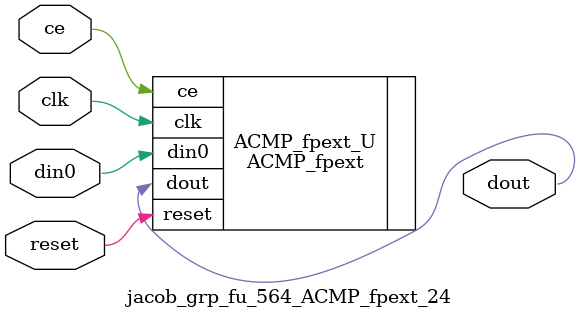
<source format=v>

`timescale 1 ns / 1 ps
module jacob_grp_fu_564_ACMP_fpext_24(
    clk,
    reset,
    ce,
    din0,
    dout);

parameter ID = 32'd1;
parameter NUM_STAGE = 32'd1;
parameter din0_WIDTH = 32'd1;
parameter dout_WIDTH = 32'd1;
input clk;
input reset;
input ce;
input[din0_WIDTH - 1:0] din0;
output[dout_WIDTH - 1:0] dout;



ACMP_fpext #(
.ID( ID ),
.NUM_STAGE( 2 ),
.din0_WIDTH( din0_WIDTH ),
.dout_WIDTH( dout_WIDTH ))
ACMP_fpext_U(
    .clk( clk ),
    .reset( reset ),
    .ce( ce ),
    .din0( din0 ),
    .dout( dout ));

endmodule

</source>
